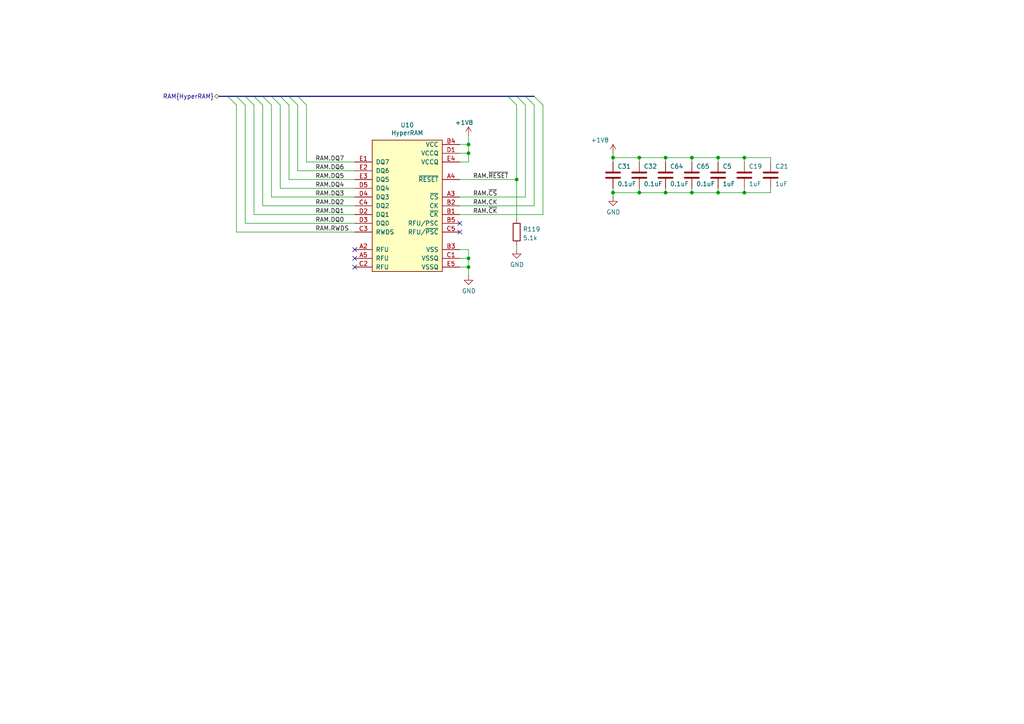
<source format=kicad_sch>
(kicad_sch
	(version 20231120)
	(generator "eeschema")
	(generator_version "8.0")
	(uuid "87b557c6-d256-4b5d-a9f0-c333e847f872")
	(paper "A4")
	(title_block
		(title "${TITLE}")
		(date "${DATE}")
		(rev "${VERSION}")
		(company "${COPYRIGHT}")
		(comment 1 "${LICENSE}")
	)
	(lib_symbols
		(symbol "Device:C"
			(pin_numbers hide)
			(pin_names
				(offset 0.254)
			)
			(exclude_from_sim no)
			(in_bom yes)
			(on_board yes)
			(property "Reference" "C"
				(at 0.635 2.54 0)
				(effects
					(font
						(size 1.27 1.27)
					)
					(justify left)
				)
			)
			(property "Value" "C"
				(at 0.635 -2.54 0)
				(effects
					(font
						(size 1.27 1.27)
					)
					(justify left)
				)
			)
			(property "Footprint" ""
				(at 0.9652 -3.81 0)
				(effects
					(font
						(size 1.27 1.27)
					)
					(hide yes)
				)
			)
			(property "Datasheet" "~"
				(at 0 0 0)
				(effects
					(font
						(size 1.27 1.27)
					)
					(hide yes)
				)
			)
			(property "Description" "Unpolarized capacitor"
				(at 0 0 0)
				(effects
					(font
						(size 1.27 1.27)
					)
					(hide yes)
				)
			)
			(property "ki_keywords" "cap capacitor"
				(at 0 0 0)
				(effects
					(font
						(size 1.27 1.27)
					)
					(hide yes)
				)
			)
			(property "ki_fp_filters" "C_*"
				(at 0 0 0)
				(effects
					(font
						(size 1.27 1.27)
					)
					(hide yes)
				)
			)
			(symbol "C_0_1"
				(polyline
					(pts
						(xy -2.032 -0.762) (xy 2.032 -0.762)
					)
					(stroke
						(width 0.508)
						(type default)
					)
					(fill
						(type none)
					)
				)
				(polyline
					(pts
						(xy -2.032 0.762) (xy 2.032 0.762)
					)
					(stroke
						(width 0.508)
						(type default)
					)
					(fill
						(type none)
					)
				)
			)
			(symbol "C_1_1"
				(pin passive line
					(at 0 3.81 270)
					(length 2.794)
					(name "~"
						(effects
							(font
								(size 1.27 1.27)
							)
						)
					)
					(number "1"
						(effects
							(font
								(size 1.27 1.27)
							)
						)
					)
				)
				(pin passive line
					(at 0 -3.81 90)
					(length 2.794)
					(name "~"
						(effects
							(font
								(size 1.27 1.27)
							)
						)
					)
					(number "2"
						(effects
							(font
								(size 1.27 1.27)
							)
						)
					)
				)
			)
		)
		(symbol "Device:R"
			(pin_numbers hide)
			(pin_names
				(offset 0)
			)
			(exclude_from_sim no)
			(in_bom yes)
			(on_board yes)
			(property "Reference" "R"
				(at 2.032 0 90)
				(effects
					(font
						(size 1.27 1.27)
					)
				)
			)
			(property "Value" "R"
				(at 0 0 90)
				(effects
					(font
						(size 1.27 1.27)
					)
				)
			)
			(property "Footprint" ""
				(at -1.778 0 90)
				(effects
					(font
						(size 1.27 1.27)
					)
					(hide yes)
				)
			)
			(property "Datasheet" "~"
				(at 0 0 0)
				(effects
					(font
						(size 1.27 1.27)
					)
					(hide yes)
				)
			)
			(property "Description" "Resistor"
				(at 0 0 0)
				(effects
					(font
						(size 1.27 1.27)
					)
					(hide yes)
				)
			)
			(property "ki_keywords" "R res resistor"
				(at 0 0 0)
				(effects
					(font
						(size 1.27 1.27)
					)
					(hide yes)
				)
			)
			(property "ki_fp_filters" "R_*"
				(at 0 0 0)
				(effects
					(font
						(size 1.27 1.27)
					)
					(hide yes)
				)
			)
			(symbol "R_0_1"
				(rectangle
					(start -1.016 -2.54)
					(end 1.016 2.54)
					(stroke
						(width 0.254)
						(type default)
					)
					(fill
						(type none)
					)
				)
			)
			(symbol "R_1_1"
				(pin passive line
					(at 0 3.81 270)
					(length 1.27)
					(name "~"
						(effects
							(font
								(size 1.27 1.27)
							)
						)
					)
					(number "1"
						(effects
							(font
								(size 1.27 1.27)
							)
						)
					)
				)
				(pin passive line
					(at 0 -3.81 90)
					(length 1.27)
					(name "~"
						(effects
							(font
								(size 1.27 1.27)
							)
						)
					)
					(number "2"
						(effects
							(font
								(size 1.27 1.27)
							)
						)
					)
				)
			)
		)
		(symbol "power:GND"
			(power)
			(pin_numbers hide)
			(pin_names
				(offset 0) hide)
			(exclude_from_sim no)
			(in_bom yes)
			(on_board yes)
			(property "Reference" "#PWR"
				(at 0 -6.35 0)
				(effects
					(font
						(size 1.27 1.27)
					)
					(hide yes)
				)
			)
			(property "Value" "GND"
				(at 0 -3.81 0)
				(effects
					(font
						(size 1.27 1.27)
					)
				)
			)
			(property "Footprint" ""
				(at 0 0 0)
				(effects
					(font
						(size 1.27 1.27)
					)
					(hide yes)
				)
			)
			(property "Datasheet" ""
				(at 0 0 0)
				(effects
					(font
						(size 1.27 1.27)
					)
					(hide yes)
				)
			)
			(property "Description" "Power symbol creates a global label with name \"GND\" , ground"
				(at 0 0 0)
				(effects
					(font
						(size 1.27 1.27)
					)
					(hide yes)
				)
			)
			(property "ki_keywords" "global power"
				(at 0 0 0)
				(effects
					(font
						(size 1.27 1.27)
					)
					(hide yes)
				)
			)
			(symbol "GND_0_1"
				(polyline
					(pts
						(xy 0 0) (xy 0 -1.27) (xy 1.27 -1.27) (xy 0 -2.54) (xy -1.27 -1.27) (xy 0 -1.27)
					)
					(stroke
						(width 0)
						(type default)
					)
					(fill
						(type none)
					)
				)
			)
			(symbol "GND_1_1"
				(pin power_in line
					(at 0 0 270)
					(length 0)
					(name "~"
						(effects
							(font
								(size 1.27 1.27)
							)
						)
					)
					(number "1"
						(effects
							(font
								(size 1.27 1.27)
							)
						)
					)
				)
			)
		)
		(symbol "support_hardware:S27KS0641"
			(pin_names
				(offset 1.016)
			)
			(exclude_from_sim no)
			(in_bom yes)
			(on_board yes)
			(property "Reference" "U"
				(at 0 20.32 0)
				(effects
					(font
						(size 1.27 1.27)
					)
				)
			)
			(property "Value" "S27KS0641"
				(at 0 -20.32 0)
				(effects
					(font
						(size 1.27 1.27)
					)
				)
			)
			(property "Footprint" "pkl_housings_bga:BGA-24_5x5_6.0x8.0mm"
				(at 15.24 -22.86 0)
				(effects
					(font
						(size 1.27 1.27)
					)
					(hide yes)
				)
			)
			(property "Datasheet" "http://www.cypress.com/file/183506/download"
				(at 0 -22.86 0)
				(effects
					(font
						(size 1.27 1.27)
					)
					(hide yes)
				)
			)
			(property "Description" ""
				(at 0 0 0)
				(effects
					(font
						(size 1.27 1.27)
					)
					(hide yes)
				)
			)
			(symbol "S27KS0641_0_1"
				(rectangle
					(start -10.16 19.05)
					(end 10.16 -19.05)
					(stroke
						(width 0.2032)
						(type default)
					)
					(fill
						(type background)
					)
				)
			)
			(symbol "S27KS0641_1_1"
				(pin passive line
					(at 15.24 -12.7 180)
					(length 5.08)
					(name "RFU"
						(effects
							(font
								(size 1.27 1.27)
							)
						)
					)
					(number "A2"
						(effects
							(font
								(size 1.27 1.27)
							)
						)
					)
				)
				(pin input line
					(at -15.24 2.54 0)
					(length 5.08)
					(name "~{CS}"
						(effects
							(font
								(size 1.27 1.27)
							)
						)
					)
					(number "A3"
						(effects
							(font
								(size 1.27 1.27)
							)
						)
					)
				)
				(pin input line
					(at -15.24 7.62 0)
					(length 5.08)
					(name "~{RESET}"
						(effects
							(font
								(size 1.27 1.27)
							)
						)
					)
					(number "A4"
						(effects
							(font
								(size 1.27 1.27)
							)
						)
					)
				)
				(pin passive line
					(at 15.24 -15.24 180)
					(length 5.08)
					(name "RFU"
						(effects
							(font
								(size 1.27 1.27)
							)
						)
					)
					(number "A5"
						(effects
							(font
								(size 1.27 1.27)
							)
						)
					)
				)
				(pin input line
					(at -15.24 -2.54 0)
					(length 5.08)
					(name "~{CK}"
						(effects
							(font
								(size 1.27 1.27)
							)
						)
					)
					(number "B1"
						(effects
							(font
								(size 1.27 1.27)
							)
						)
					)
				)
				(pin input line
					(at -15.24 0 0)
					(length 5.08)
					(name "CK"
						(effects
							(font
								(size 1.27 1.27)
							)
						)
					)
					(number "B2"
						(effects
							(font
								(size 1.27 1.27)
							)
						)
					)
				)
				(pin power_in line
					(at -15.24 -12.7 0)
					(length 5.08)
					(name "VSS"
						(effects
							(font
								(size 1.27 1.27)
							)
						)
					)
					(number "B3"
						(effects
							(font
								(size 1.27 1.27)
							)
						)
					)
				)
				(pin power_in line
					(at -15.24 17.78 0)
					(length 5.08)
					(name "VCC"
						(effects
							(font
								(size 1.27 1.27)
							)
						)
					)
					(number "B4"
						(effects
							(font
								(size 1.27 1.27)
							)
						)
					)
				)
				(pin input line
					(at -15.24 -5.08 0)
					(length 5.08)
					(name "RFU/PSC"
						(effects
							(font
								(size 1.27 1.27)
							)
						)
					)
					(number "B5"
						(effects
							(font
								(size 1.27 1.27)
							)
						)
					)
				)
				(pin power_in line
					(at -15.24 -15.24 0)
					(length 5.08)
					(name "VSSQ"
						(effects
							(font
								(size 1.27 1.27)
							)
						)
					)
					(number "C1"
						(effects
							(font
								(size 1.27 1.27)
							)
						)
					)
				)
				(pin passive line
					(at 15.24 -17.78 180)
					(length 5.08)
					(name "RFU"
						(effects
							(font
								(size 1.27 1.27)
							)
						)
					)
					(number "C2"
						(effects
							(font
								(size 1.27 1.27)
							)
						)
					)
				)
				(pin bidirectional line
					(at 15.24 -7.62 180)
					(length 5.08)
					(name "RWDS"
						(effects
							(font
								(size 1.27 1.27)
							)
						)
					)
					(number "C3"
						(effects
							(font
								(size 1.27 1.27)
							)
						)
					)
				)
				(pin bidirectional line
					(at 15.24 0 180)
					(length 5.08)
					(name "DQ2"
						(effects
							(font
								(size 1.27 1.27)
							)
						)
					)
					(number "C4"
						(effects
							(font
								(size 1.27 1.27)
							)
						)
					)
				)
				(pin input line
					(at -15.24 -7.62 0)
					(length 5.08)
					(name "RFU/~{PSC}"
						(effects
							(font
								(size 1.27 1.27)
							)
						)
					)
					(number "C5"
						(effects
							(font
								(size 1.27 1.27)
							)
						)
					)
				)
				(pin power_in line
					(at -15.24 15.24 0)
					(length 5.08)
					(name "VCCQ"
						(effects
							(font
								(size 1.27 1.27)
							)
						)
					)
					(number "D1"
						(effects
							(font
								(size 1.27 1.27)
							)
						)
					)
				)
				(pin bidirectional line
					(at 15.24 -2.54 180)
					(length 5.08)
					(name "DQ1"
						(effects
							(font
								(size 1.27 1.27)
							)
						)
					)
					(number "D2"
						(effects
							(font
								(size 1.27 1.27)
							)
						)
					)
				)
				(pin bidirectional line
					(at 15.24 -5.08 180)
					(length 5.08)
					(name "DQ0"
						(effects
							(font
								(size 1.27 1.27)
							)
						)
					)
					(number "D3"
						(effects
							(font
								(size 1.27 1.27)
							)
						)
					)
				)
				(pin bidirectional line
					(at 15.24 2.54 180)
					(length 5.08)
					(name "DQ3"
						(effects
							(font
								(size 1.27 1.27)
							)
						)
					)
					(number "D4"
						(effects
							(font
								(size 1.27 1.27)
							)
						)
					)
				)
				(pin bidirectional line
					(at 15.24 5.08 180)
					(length 5.08)
					(name "DQ4"
						(effects
							(font
								(size 1.27 1.27)
							)
						)
					)
					(number "D5"
						(effects
							(font
								(size 1.27 1.27)
							)
						)
					)
				)
				(pin bidirectional line
					(at 15.24 12.7 180)
					(length 5.08)
					(name "DQ7"
						(effects
							(font
								(size 1.27 1.27)
							)
						)
					)
					(number "E1"
						(effects
							(font
								(size 1.27 1.27)
							)
						)
					)
				)
				(pin bidirectional line
					(at 15.24 10.16 180)
					(length 5.08)
					(name "DQ6"
						(effects
							(font
								(size 1.27 1.27)
							)
						)
					)
					(number "E2"
						(effects
							(font
								(size 1.27 1.27)
							)
						)
					)
				)
				(pin bidirectional line
					(at 15.24 7.62 180)
					(length 5.08)
					(name "DQ5"
						(effects
							(font
								(size 1.27 1.27)
							)
						)
					)
					(number "E3"
						(effects
							(font
								(size 1.27 1.27)
							)
						)
					)
				)
				(pin power_in line
					(at -15.24 12.7 0)
					(length 5.08)
					(name "VCCQ"
						(effects
							(font
								(size 1.27 1.27)
							)
						)
					)
					(number "E4"
						(effects
							(font
								(size 1.27 1.27)
							)
						)
					)
				)
				(pin power_in line
					(at -15.24 -17.78 0)
					(length 5.08)
					(name "VSSQ"
						(effects
							(font
								(size 1.27 1.27)
							)
						)
					)
					(number "E5"
						(effects
							(font
								(size 1.27 1.27)
							)
						)
					)
				)
			)
		)
		(symbol "support_hardware:VCCRAM"
			(power)
			(pin_names
				(offset 0)
			)
			(exclude_from_sim no)
			(in_bom yes)
			(on_board yes)
			(property "Reference" "#PWR"
				(at 0 -3.81 0)
				(effects
					(font
						(size 1.27 1.27)
					)
					(hide yes)
				)
			)
			(property "Value" "VCCRAM"
				(at 0 3.81 0)
				(effects
					(font
						(size 1.27 1.27)
					)
				)
			)
			(property "Footprint" ""
				(at 0 0 0)
				(effects
					(font
						(size 1.27 1.27)
					)
					(hide yes)
				)
			)
			(property "Datasheet" ""
				(at 0 0 0)
				(effects
					(font
						(size 1.27 1.27)
					)
					(hide yes)
				)
			)
			(property "Description" "Power symbol creates a global label with name \"VCCRAM\""
				(at 0 0 0)
				(effects
					(font
						(size 1.27 1.27)
					)
					(hide yes)
				)
			)
			(property "ki_keywords" "global power"
				(at 0 0 0)
				(effects
					(font
						(size 1.27 1.27)
					)
					(hide yes)
				)
			)
			(symbol "VCCRAM_0_1"
				(polyline
					(pts
						(xy -0.762 1.27) (xy 0 2.54)
					)
					(stroke
						(width 0)
						(type default)
					)
					(fill
						(type none)
					)
				)
				(polyline
					(pts
						(xy 0 0) (xy 0 2.54)
					)
					(stroke
						(width 0)
						(type default)
					)
					(fill
						(type none)
					)
				)
				(polyline
					(pts
						(xy 0 2.54) (xy 0.762 1.27)
					)
					(stroke
						(width 0)
						(type default)
					)
					(fill
						(type none)
					)
				)
			)
			(symbol "VCCRAM_1_1"
				(pin power_in line
					(at 0 0 90)
					(length 0) hide
					(name "VCCRAM"
						(effects
							(font
								(size 1.27 1.27)
							)
						)
					)
					(number "1"
						(effects
							(font
								(size 1.27 1.27)
							)
						)
					)
				)
			)
		)
	)
	(bus_alias "HyperRAM"
		(members "DQ[0..7]" "CK" "~{CK}" "~{CS}" "RWDS" "~{RESET}")
	)
	(junction
		(at 215.9 55.88)
		(diameter 0)
		(color 0 0 0 0)
		(uuid "03bceecc-fc6c-47ae-bd46-06cca85c7e04")
	)
	(junction
		(at 177.8 45.72)
		(diameter 0)
		(color 0 0 0 0)
		(uuid "07eefac9-6c08-4b0c-bc29-3850d844ae6e")
	)
	(junction
		(at 135.89 74.93)
		(diameter 0)
		(color 0 0 0 0)
		(uuid "27c319ae-bace-46ea-9974-baab1a09ead9")
	)
	(junction
		(at 193.04 55.88)
		(diameter 0)
		(color 0 0 0 0)
		(uuid "4792e859-88d6-41d4-a344-9860519a6d66")
	)
	(junction
		(at 149.86 52.07)
		(diameter 0)
		(color 0 0 0 0)
		(uuid "51c66097-683a-4ec5-9c09-73fb2340fdcc")
	)
	(junction
		(at 215.9 45.72)
		(diameter 0)
		(color 0 0 0 0)
		(uuid "757db0d2-005a-48bd-bc33-a67adc54bd8a")
	)
	(junction
		(at 200.66 55.88)
		(diameter 0)
		(color 0 0 0 0)
		(uuid "7e38c8c1-e308-4cec-807a-feca99ee6cd8")
	)
	(junction
		(at 193.04 45.72)
		(diameter 0)
		(color 0 0 0 0)
		(uuid "7eba74cf-5643-4b98-81a0-9d7988ea051e")
	)
	(junction
		(at 185.42 55.88)
		(diameter 0)
		(color 0 0 0 0)
		(uuid "8bdfb345-39e4-49de-abf2-0781f1cfb512")
	)
	(junction
		(at 135.89 77.47)
		(diameter 0)
		(color 0 0 0 0)
		(uuid "9d664d75-a606-4ac2-9570-d5a60c3ab9d1")
	)
	(junction
		(at 200.66 45.72)
		(diameter 0)
		(color 0 0 0 0)
		(uuid "bb630e1e-a30f-4daa-a308-6733749717e4")
	)
	(junction
		(at 135.89 41.91)
		(diameter 0)
		(color 0 0 0 0)
		(uuid "c46dfabe-2013-4758-8c15-f3e49ac3e03d")
	)
	(junction
		(at 135.89 44.45)
		(diameter 0)
		(color 0 0 0 0)
		(uuid "d22e76af-fd38-414c-9e59-2bd3b83090bc")
	)
	(junction
		(at 208.28 55.88)
		(diameter 0)
		(color 0 0 0 0)
		(uuid "d269a323-b9ee-475a-a1e9-59a60a0eda98")
	)
	(junction
		(at 177.8 55.88)
		(diameter 0)
		(color 0 0 0 0)
		(uuid "d55c5222-0494-4c65-8d93-9799b5061fd6")
	)
	(junction
		(at 208.28 45.72)
		(diameter 0)
		(color 0 0 0 0)
		(uuid "dbfc802c-2777-4392-a101-99e14df99475")
	)
	(junction
		(at 185.42 45.72)
		(diameter 0)
		(color 0 0 0 0)
		(uuid "f3814128-686d-4543-9fd3-acd647464eb0")
	)
	(no_connect
		(at 133.35 64.77)
		(uuid "4d9c1f61-6511-4b47-808a-753eadfec86e")
	)
	(no_connect
		(at 133.35 67.31)
		(uuid "561c8f82-20ab-49b0-8cc7-75ff5fd53761")
	)
	(no_connect
		(at 102.87 77.47)
		(uuid "9616c723-9446-4c0b-ba92-1dc6ce0cc57d")
	)
	(no_connect
		(at 102.87 72.39)
		(uuid "e55cebfd-9a7e-4e61-8d76-1abd43c70179")
	)
	(no_connect
		(at 102.87 74.93)
		(uuid "f29f7c10-5556-497b-a7db-09216a5018cf")
	)
	(bus_entry
		(at 66.04 27.94)
		(size 2.54 2.54)
		(stroke
			(width 0)
			(type default)
		)
		(uuid "099ffb87-8f43-46c8-a387-0921a7338859")
	)
	(bus_entry
		(at 76.2 27.94)
		(size 2.54 2.54)
		(stroke
			(width 0)
			(type default)
		)
		(uuid "1df712ae-05af-4779-a793-66adc15922e7")
	)
	(bus_entry
		(at 149.86 27.94)
		(size 2.54 2.54)
		(stroke
			(width 0)
			(type default)
		)
		(uuid "3d7c5a98-855c-4f7c-914f-95b112274883")
	)
	(bus_entry
		(at 86.36 27.94)
		(size 2.54 2.54)
		(stroke
			(width 0)
			(type default)
		)
		(uuid "49126b56-c03d-4aa8-abfa-45de103472b7")
	)
	(bus_entry
		(at 152.4 27.94)
		(size 2.54 2.54)
		(stroke
			(width 0)
			(type default)
		)
		(uuid "93503dde-c768-4a75-a0c9-0adf258e3c97")
	)
	(bus_entry
		(at 147.32 27.94)
		(size 2.54 2.54)
		(stroke
			(width 0)
			(type default)
		)
		(uuid "9ac9fe84-6729-45b7-9a17-394b9a643e5d")
	)
	(bus_entry
		(at 81.28 27.94)
		(size 2.54 2.54)
		(stroke
			(width 0)
			(type default)
		)
		(uuid "9c5a932d-03b4-4146-9b51-4e921dcf4f20")
	)
	(bus_entry
		(at 83.82 27.94)
		(size 2.54 2.54)
		(stroke
			(width 0)
			(type default)
		)
		(uuid "a3af7d13-a00d-4963-b936-995184b8d1b9")
	)
	(bus_entry
		(at 68.58 27.94)
		(size 2.54 2.54)
		(stroke
			(width 0)
			(type default)
		)
		(uuid "a64597a3-7ce3-4e2c-8d6d-c84a361e2fcf")
	)
	(bus_entry
		(at 73.66 27.94)
		(size 2.54 2.54)
		(stroke
			(width 0)
			(type default)
		)
		(uuid "b7d6c07f-f860-47c5-8907-0ddeb4875c33")
	)
	(bus_entry
		(at 154.94 27.94)
		(size 2.54 2.54)
		(stroke
			(width 0)
			(type default)
		)
		(uuid "e7264576-aed4-4b41-bde5-bfcd73c352fb")
	)
	(bus_entry
		(at 71.12 27.94)
		(size 2.54 2.54)
		(stroke
			(width 0)
			(type default)
		)
		(uuid "eef05d77-4c6d-4916-ac63-b71286390faf")
	)
	(bus_entry
		(at 78.74 27.94)
		(size 2.54 2.54)
		(stroke
			(width 0)
			(type default)
		)
		(uuid "fbd1064e-254c-4a16-a965-3765449d1ca9")
	)
	(bus
		(pts
			(xy 71.12 27.94) (xy 73.66 27.94)
		)
		(stroke
			(width 0)
			(type default)
		)
		(uuid "08fb2d16-323e-4a0e-b8f0-efa7a4073108")
	)
	(wire
		(pts
			(xy 177.8 44.45) (xy 177.8 45.72)
		)
		(stroke
			(width 0)
			(type default)
		)
		(uuid "0ab8a6a5-a4f8-4b80-b1d7-9f29aebaa9b2")
	)
	(wire
		(pts
			(xy 177.8 55.88) (xy 177.8 57.15)
		)
		(stroke
			(width 0)
			(type default)
		)
		(uuid "0bcbf03c-b7cd-4b5d-a13b-4d055eff0493")
	)
	(wire
		(pts
			(xy 133.35 52.07) (xy 149.86 52.07)
		)
		(stroke
			(width 0)
			(type default)
		)
		(uuid "0ca910bd-5634-4969-9657-370646eb29e8")
	)
	(wire
		(pts
			(xy 193.04 45.72) (xy 200.66 45.72)
		)
		(stroke
			(width 0)
			(type default)
		)
		(uuid "10d5f293-520a-4e9f-9697-98e9edff6280")
	)
	(wire
		(pts
			(xy 208.28 54.61) (xy 208.28 55.88)
		)
		(stroke
			(width 0)
			(type default)
		)
		(uuid "1454627d-dad0-4c41-a34e-3573bcece96f")
	)
	(wire
		(pts
			(xy 83.82 52.07) (xy 83.82 30.48)
		)
		(stroke
			(width 0)
			(type default)
		)
		(uuid "15462d98-d18a-403c-96a4-b6cf6ad55fa4")
	)
	(wire
		(pts
			(xy 215.9 54.61) (xy 215.9 55.88)
		)
		(stroke
			(width 0)
			(type default)
		)
		(uuid "189ecda7-79cf-4d82-8f18-8404dbb37df2")
	)
	(wire
		(pts
			(xy 149.86 52.07) (xy 149.86 63.5)
		)
		(stroke
			(width 0)
			(type default)
		)
		(uuid "1b874189-1bf8-467d-87ee-44095538388b")
	)
	(wire
		(pts
			(xy 149.86 30.48) (xy 149.86 52.07)
		)
		(stroke
			(width 0)
			(type default)
		)
		(uuid "2085adf2-c0ad-4b9a-b5fb-b7324ebdf62d")
	)
	(bus
		(pts
			(xy 147.32 27.94) (xy 149.86 27.94)
		)
		(stroke
			(width 0)
			(type default)
		)
		(uuid "208c474f-3f77-40d2-8353-29e23d1ff24c")
	)
	(wire
		(pts
			(xy 152.4 30.48) (xy 152.4 57.15)
		)
		(stroke
			(width 0)
			(type default)
		)
		(uuid "232b56eb-e2c4-49c2-af03-3c2542ed8304")
	)
	(bus
		(pts
			(xy 81.28 27.94) (xy 83.82 27.94)
		)
		(stroke
			(width 0)
			(type default)
		)
		(uuid "26f399bb-ebc4-4aa9-ad6e-9a5317804b82")
	)
	(wire
		(pts
			(xy 135.89 44.45) (xy 135.89 46.99)
		)
		(stroke
			(width 0)
			(type default)
		)
		(uuid "2f205dc7-02f2-415f-be0b-e56fbdf1e239")
	)
	(wire
		(pts
			(xy 135.89 41.91) (xy 135.89 44.45)
		)
		(stroke
			(width 0)
			(type default)
		)
		(uuid "3cf4132c-ede3-4cb3-a685-dbfdd72dff0c")
	)
	(wire
		(pts
			(xy 135.89 74.93) (xy 135.89 77.47)
		)
		(stroke
			(width 0)
			(type default)
		)
		(uuid "3d68b65a-c231-49c0-9d2d-06a67fbee122")
	)
	(wire
		(pts
			(xy 133.35 57.15) (xy 152.4 57.15)
		)
		(stroke
			(width 0)
			(type default)
		)
		(uuid "418c8961-22b5-4008-9586-91bd40ae9e13")
	)
	(wire
		(pts
			(xy 208.28 45.72) (xy 215.9 45.72)
		)
		(stroke
			(width 0)
			(type default)
		)
		(uuid "4403239b-b0a0-4f4f-8e29-cfd5d8bdd022")
	)
	(wire
		(pts
			(xy 102.87 54.61) (xy 81.28 54.61)
		)
		(stroke
			(width 0)
			(type default)
		)
		(uuid "454b5fbf-c246-45fa-bd06-17a6e3b7ef21")
	)
	(wire
		(pts
			(xy 185.42 45.72) (xy 185.42 46.99)
		)
		(stroke
			(width 0)
			(type default)
		)
		(uuid "45992126-516d-4cda-8881-5cee799d7b2b")
	)
	(wire
		(pts
			(xy 71.12 64.77) (xy 71.12 30.48)
		)
		(stroke
			(width 0)
			(type default)
		)
		(uuid "4888f5fa-91a8-4c55-b254-a84742f938c2")
	)
	(wire
		(pts
			(xy 149.86 71.12) (xy 149.86 72.39)
		)
		(stroke
			(width 0)
			(type default)
		)
		(uuid "4a473f32-eeae-4495-87dc-9375fd736930")
	)
	(bus
		(pts
			(xy 152.4 27.94) (xy 154.94 27.94)
		)
		(stroke
			(width 0)
			(type default)
		)
		(uuid "4ca29b4b-987f-46ae-a35f-f2fbf0e78940")
	)
	(wire
		(pts
			(xy 154.94 30.48) (xy 154.94 59.69)
		)
		(stroke
			(width 0)
			(type default)
		)
		(uuid "4ef7e0c1-a02f-4bf6-ad2a-9894c74934b7")
	)
	(wire
		(pts
			(xy 133.35 41.91) (xy 135.89 41.91)
		)
		(stroke
			(width 0)
			(type default)
		)
		(uuid "519a315c-f9ca-4361-a65f-9b57b1a9c0a8")
	)
	(wire
		(pts
			(xy 157.48 30.48) (xy 157.48 62.23)
		)
		(stroke
			(width 0)
			(type default)
		)
		(uuid "52d49810-42e8-4a7f-a091-ce2ae90a5c1e")
	)
	(wire
		(pts
			(xy 177.8 45.72) (xy 177.8 46.99)
		)
		(stroke
			(width 0)
			(type default)
		)
		(uuid "5a0d9b77-812a-4127-969e-56e467610dbb")
	)
	(wire
		(pts
			(xy 200.66 55.88) (xy 193.04 55.88)
		)
		(stroke
			(width 0)
			(type default)
		)
		(uuid "5aa40bf4-83ec-4211-829e-34edbbe1e38b")
	)
	(wire
		(pts
			(xy 102.87 59.69) (xy 76.2 59.69)
		)
		(stroke
			(width 0)
			(type default)
		)
		(uuid "5b861d9f-e137-4b2e-97d7-45240372613b")
	)
	(wire
		(pts
			(xy 73.66 62.23) (xy 73.66 30.48)
		)
		(stroke
			(width 0)
			(type default)
		)
		(uuid "5d45c479-3e12-41c1-85ef-abc500f95472")
	)
	(bus
		(pts
			(xy 66.04 27.94) (xy 68.58 27.94)
		)
		(stroke
			(width 0)
			(type default)
		)
		(uuid "5e570d0e-1eba-4063-ab25-be8670f3600d")
	)
	(wire
		(pts
			(xy 177.8 45.72) (xy 185.42 45.72)
		)
		(stroke
			(width 0)
			(type default)
		)
		(uuid "5f369707-e816-48a1-8a8e-e8ecfe4de0da")
	)
	(wire
		(pts
			(xy 200.66 54.61) (xy 200.66 55.88)
		)
		(stroke
			(width 0)
			(type default)
		)
		(uuid "65c27cfd-f819-4399-89c4-c40daa693e76")
	)
	(wire
		(pts
			(xy 177.8 55.88) (xy 185.42 55.88)
		)
		(stroke
			(width 0)
			(type default)
		)
		(uuid "65eb69e5-f579-4e6a-88c6-2a92db01a92f")
	)
	(wire
		(pts
			(xy 200.66 45.72) (xy 208.28 45.72)
		)
		(stroke
			(width 0)
			(type default)
		)
		(uuid "669fea74-5b3b-4277-a3cb-1c3ca6f27012")
	)
	(wire
		(pts
			(xy 135.89 41.91) (xy 135.89 39.37)
		)
		(stroke
			(width 0)
			(type default)
		)
		(uuid "66cc14f5-af02-4c53-99b6-08170d4fdd63")
	)
	(wire
		(pts
			(xy 133.35 72.39) (xy 135.89 72.39)
		)
		(stroke
			(width 0)
			(type default)
		)
		(uuid "67e9fa16-5f9e-4e9d-ae74-eaf612d213a3")
	)
	(wire
		(pts
			(xy 133.35 59.69) (xy 154.94 59.69)
		)
		(stroke
			(width 0)
			(type default)
		)
		(uuid "74ba4938-d6ea-4ca4-b966-ea315a30a869")
	)
	(wire
		(pts
			(xy 133.35 44.45) (xy 135.89 44.45)
		)
		(stroke
			(width 0)
			(type default)
		)
		(uuid "74bec1b5-4acf-411f-aa77-7e0b4966d25a")
	)
	(wire
		(pts
			(xy 208.28 46.99) (xy 208.28 45.72)
		)
		(stroke
			(width 0)
			(type default)
		)
		(uuid "7708edab-4179-4982-a157-6c9c12db2644")
	)
	(wire
		(pts
			(xy 215.9 46.99) (xy 215.9 45.72)
		)
		(stroke
			(width 0)
			(type default)
		)
		(uuid "7ac57a37-f5ae-4f83-ae73-53e85ab06290")
	)
	(wire
		(pts
			(xy 135.89 77.47) (xy 135.89 80.01)
		)
		(stroke
			(width 0)
			(type default)
		)
		(uuid "7b13e920-8763-40d7-b771-9060ec12e7b7")
	)
	(wire
		(pts
			(xy 102.87 67.31) (xy 68.58 67.31)
		)
		(stroke
			(width 0)
			(type default)
		)
		(uuid "821ce932-b221-43c0-9427-0386be7df598")
	)
	(bus
		(pts
			(xy 73.66 27.94) (xy 76.2 27.94)
		)
		(stroke
			(width 0)
			(type default)
		)
		(uuid "82785ad4-673e-4bae-a1f3-b84d4b1d3fd3")
	)
	(bus
		(pts
			(xy 63.5 27.94) (xy 66.04 27.94)
		)
		(stroke
			(width 0)
			(type default)
		)
		(uuid "889e77aa-46ec-43eb-8b43-d518b3edcd9f")
	)
	(wire
		(pts
			(xy 86.36 49.53) (xy 102.87 49.53)
		)
		(stroke
			(width 0)
			(type default)
		)
		(uuid "8bc319f9-8f2b-42c9-9140-caeed8f69eb7")
	)
	(wire
		(pts
			(xy 200.66 45.72) (xy 200.66 46.99)
		)
		(stroke
			(width 0)
			(type default)
		)
		(uuid "8e203436-ade9-4a86-a446-0aaf3a84e7cd")
	)
	(wire
		(pts
			(xy 102.87 64.77) (xy 71.12 64.77)
		)
		(stroke
			(width 0)
			(type default)
		)
		(uuid "906aeccd-099c-4c71-8aaf-9127085e9c62")
	)
	(bus
		(pts
			(xy 83.82 27.94) (xy 86.36 27.94)
		)
		(stroke
			(width 0)
			(type default)
		)
		(uuid "914b2328-4ccb-423e-b51f-d2d5c19e8011")
	)
	(wire
		(pts
			(xy 102.87 52.07) (xy 83.82 52.07)
		)
		(stroke
			(width 0)
			(type default)
		)
		(uuid "9affca60-bafd-4e68-8fef-43c0ee56c602")
	)
	(wire
		(pts
			(xy 185.42 55.88) (xy 185.42 54.61)
		)
		(stroke
			(width 0)
			(type default)
		)
		(uuid "9d419236-4c02-4dea-a440-db718cad3376")
	)
	(wire
		(pts
			(xy 193.04 55.88) (xy 193.04 54.61)
		)
		(stroke
			(width 0)
			(type default)
		)
		(uuid "a547b8bf-bca0-4bea-8dc7-11ed062b5cf1")
	)
	(wire
		(pts
			(xy 135.89 77.47) (xy 133.35 77.47)
		)
		(stroke
			(width 0)
			(type default)
		)
		(uuid "a805bda6-19f7-46a0-8ee8-d27fb4be7f2c")
	)
	(wire
		(pts
			(xy 81.28 54.61) (xy 81.28 30.48)
		)
		(stroke
			(width 0)
			(type default)
		)
		(uuid "a826882b-16c3-490a-b7fd-8bf0478da663")
	)
	(wire
		(pts
			(xy 76.2 59.69) (xy 76.2 30.48)
		)
		(stroke
			(width 0)
			(type default)
		)
		(uuid "a9556a78-f01f-4412-be33-cdf4b58369a5")
	)
	(wire
		(pts
			(xy 215.9 45.72) (xy 223.52 45.72)
		)
		(stroke
			(width 0)
			(type default)
		)
		(uuid "b0f9530a-017e-4122-8e12-7fa140b57f2d")
	)
	(wire
		(pts
			(xy 223.52 54.61) (xy 223.52 55.88)
		)
		(stroke
			(width 0)
			(type default)
		)
		(uuid "b1a37d8c-0baf-4aab-8ac2-222f1373aaa4")
	)
	(wire
		(pts
			(xy 223.52 45.72) (xy 223.52 46.99)
		)
		(stroke
			(width 0)
			(type default)
		)
		(uuid "b1d9b7f8-d992-4e34-bd48-889eeca67baa")
	)
	(wire
		(pts
			(xy 177.8 54.61) (xy 177.8 55.88)
		)
		(stroke
			(width 0)
			(type default)
		)
		(uuid "b4a6ad59-9a9a-4086-a484-ffb0e3d2c97e")
	)
	(wire
		(pts
			(xy 193.04 45.72) (xy 193.04 46.99)
		)
		(stroke
			(width 0)
			(type default)
		)
		(uuid "b4f8fc42-4973-400d-899a-5a1b65d55386")
	)
	(bus
		(pts
			(xy 78.74 27.94) (xy 81.28 27.94)
		)
		(stroke
			(width 0)
			(type default)
		)
		(uuid "b6ca4242-7426-41c0-8683-6ea1076b9c2e")
	)
	(wire
		(pts
			(xy 88.9 30.48) (xy 88.9 46.99)
		)
		(stroke
			(width 0)
			(type default)
		)
		(uuid "b7c25f9f-564e-48cf-a210-c84bc7593c18")
	)
	(wire
		(pts
			(xy 185.42 55.88) (xy 193.04 55.88)
		)
		(stroke
			(width 0)
			(type default)
		)
		(uuid "b7d2026d-d096-4e9e-b8a8-6d614f9d9491")
	)
	(bus
		(pts
			(xy 76.2 27.94) (xy 78.74 27.94)
		)
		(stroke
			(width 0)
			(type default)
		)
		(uuid "bb01c616-6efb-4fed-bdcb-a0a815a1ef98")
	)
	(wire
		(pts
			(xy 102.87 46.99) (xy 88.9 46.99)
		)
		(stroke
			(width 0)
			(type default)
		)
		(uuid "bbe545f6-fc11-4834-afe9-a7e4faee3332")
	)
	(wire
		(pts
			(xy 185.42 45.72) (xy 193.04 45.72)
		)
		(stroke
			(width 0)
			(type default)
		)
		(uuid "bd60c684-fb09-4753-9073-fa5ce58ef14a")
	)
	(wire
		(pts
			(xy 78.74 57.15) (xy 78.74 30.48)
		)
		(stroke
			(width 0)
			(type default)
		)
		(uuid "be150d0b-f2e9-4a17-8684-cd5ab94e2574")
	)
	(wire
		(pts
			(xy 133.35 74.93) (xy 135.89 74.93)
		)
		(stroke
			(width 0)
			(type default)
		)
		(uuid "c75445e3-a326-4517-b833-a374ffc48e67")
	)
	(wire
		(pts
			(xy 86.36 49.53) (xy 86.36 30.48)
		)
		(stroke
			(width 0)
			(type default)
		)
		(uuid "c7ffc4f2-88ed-405c-ab09-0791ae74886a")
	)
	(bus
		(pts
			(xy 86.36 27.94) (xy 147.32 27.94)
		)
		(stroke
			(width 0)
			(type default)
		)
		(uuid "cc558182-b628-44ba-82ab-d5b3b541dc51")
	)
	(wire
		(pts
			(xy 102.87 57.15) (xy 78.74 57.15)
		)
		(stroke
			(width 0)
			(type default)
		)
		(uuid "d00b82f0-8391-47d0-b862-6950d205ad03")
	)
	(wire
		(pts
			(xy 215.9 55.88) (xy 208.28 55.88)
		)
		(stroke
			(width 0)
			(type default)
		)
		(uuid "d06f1295-9bc9-4b89-850a-dd10e453f899")
	)
	(wire
		(pts
			(xy 68.58 67.31) (xy 68.58 30.48)
		)
		(stroke
			(width 0)
			(type default)
		)
		(uuid "d31cfac1-0e23-44ab-abec-8d47f47af8fd")
	)
	(wire
		(pts
			(xy 208.28 55.88) (xy 200.66 55.88)
		)
		(stroke
			(width 0)
			(type default)
		)
		(uuid "d8964260-ac4e-4461-ad32-a77bd7128195")
	)
	(wire
		(pts
			(xy 133.35 62.23) (xy 157.48 62.23)
		)
		(stroke
			(width 0)
			(type default)
		)
		(uuid "e080ab1d-95f0-4fdc-bad7-1a5902cee48d")
	)
	(wire
		(pts
			(xy 223.52 55.88) (xy 215.9 55.88)
		)
		(stroke
			(width 0)
			(type default)
		)
		(uuid "e4c2f767-03e9-4f12-9de7-9b3472ba50dd")
	)
	(wire
		(pts
			(xy 135.89 72.39) (xy 135.89 74.93)
		)
		(stroke
			(width 0)
			(type default)
		)
		(uuid "e5f2ad35-b2ff-4ce0-a8ce-e24fbcd87673")
	)
	(wire
		(pts
			(xy 135.89 46.99) (xy 133.35 46.99)
		)
		(stroke
			(width 0)
			(type default)
		)
		(uuid "e80af702-8aba-4b5a-be12-787e95085dcd")
	)
	(bus
		(pts
			(xy 68.58 27.94) (xy 71.12 27.94)
		)
		(stroke
			(width 0)
			(type default)
		)
		(uuid "e8bcdebc-eb2c-4b34-90bc-dbbbc5229a25")
	)
	(wire
		(pts
			(xy 102.87 62.23) (xy 73.66 62.23)
		)
		(stroke
			(width 0)
			(type default)
		)
		(uuid "ebbd4d45-0ea8-4b67-a071-6e7ffe366fd6")
	)
	(bus
		(pts
			(xy 149.86 27.94) (xy 152.4 27.94)
		)
		(stroke
			(width 0)
			(type default)
		)
		(uuid "fa5e7874-da3b-40a9-962c-8b8df35f7f2c")
	)
	(label "RAM.DQ3"
		(at 91.44 57.15 0)
		(fields_autoplaced yes)
		(effects
			(font
				(size 1.27 1.27)
			)
			(justify left bottom)
		)
		(uuid "21cfa832-db46-4112-b3c8-8a5b0a8e91dc")
	)
	(label "RAM.DQ4"
		(at 91.44 54.61 0)
		(fields_autoplaced yes)
		(effects
			(font
				(size 1.27 1.27)
			)
			(justify left bottom)
		)
		(uuid "224bd06e-48dd-4079-92ce-3c10457d7574")
	)
	(label "RAM.DQ5"
		(at 91.44 52.07 0)
		(fields_autoplaced yes)
		(effects
			(font
				(size 1.27 1.27)
			)
			(justify left bottom)
		)
		(uuid "3ff39848-05d1-4949-acdd-02f2c96b164b")
	)
	(label "RAM.DQ0"
		(at 91.44 64.77 0)
		(fields_autoplaced yes)
		(effects
			(font
				(size 1.27 1.27)
			)
			(justify left bottom)
		)
		(uuid "585d8f42-72d6-4778-b4e5-748e507aa290")
	)
	(label "RAM.DQ6"
		(at 91.44 49.53 0)
		(fields_autoplaced yes)
		(effects
			(font
				(size 1.27 1.27)
			)
			(justify left bottom)
		)
		(uuid "5dcce56c-782a-447e-94c6-fb93c880c456")
	)
	(label "RAM.~{CS}"
		(at 137.16 57.15 0)
		(fields_autoplaced yes)
		(effects
			(font
				(size 1.27 1.27)
			)
			(justify left bottom)
		)
		(uuid "6f06efad-a1a7-4ee2-9050-1c2603f2e76a")
	)
	(label "RAM.~{RESET}"
		(at 137.16 52.07 0)
		(fields_autoplaced yes)
		(effects
			(font
				(size 1.27 1.27)
			)
			(justify left bottom)
		)
		(uuid "82e4db01-07f7-4d64-94f3-17fc7b6f0fdf")
	)
	(label "RAM.RWDS"
		(at 91.44 67.31 0)
		(fields_autoplaced yes)
		(effects
			(font
				(size 1.27 1.27)
			)
			(justify left bottom)
		)
		(uuid "bcda1da3-5f68-4643-bc9e-35811d5359f9")
	)
	(label "RAM.CK"
		(at 137.16 59.69 0)
		(fields_autoplaced yes)
		(effects
			(font
				(size 1.27 1.27)
			)
			(justify left bottom)
		)
		(uuid "c52ecfa7-7a96-4207-afe2-e8f6a90bb811")
	)
	(label "RAM.~{CK}"
		(at 137.16 62.23 0)
		(fields_autoplaced yes)
		(effects
			(font
				(size 1.27 1.27)
			)
			(justify left bottom)
		)
		(uuid "daa3de6e-6cda-4496-ba99-271cfcdc78a0")
	)
	(label "RAM.DQ7"
		(at 91.44 46.99 0)
		(fields_autoplaced yes)
		(effects
			(font
				(size 1.27 1.27)
			)
			(justify left bottom)
		)
		(uuid "e2a6d4b5-6bd6-40b4-bfae-08e8bfa50f5b")
	)
	(label "RAM.DQ2"
		(at 91.44 59.69 0)
		(fields_autoplaced yes)
		(effects
			(font
				(size 1.27 1.27)
			)
			(justify left bottom)
		)
		(uuid "f093f604-d565-474c-8294-976b42462b07")
	)
	(label "RAM.DQ1"
		(at 91.44 62.23 0)
		(fields_autoplaced yes)
		(effects
			(font
				(size 1.27 1.27)
			)
			(justify left bottom)
		)
		(uuid "f8f56800-678b-43f2-b3a3-5ca750e33500")
	)
	(hierarchical_label "RAM{HyperRAM}"
		(shape bidirectional)
		(at 63.5 27.94 180)
		(fields_autoplaced yes)
		(effects
			(font
				(size 1.27 1.27)
			)
			(justify right)
		)
		(uuid "e2eca09d-d862-4650-8b5f-aee96b5a292b")
	)
	(symbol
		(lib_id "support_hardware:S27KS0641")
		(at 118.11 59.69 0)
		(mirror y)
		(unit 1)
		(exclude_from_sim no)
		(in_bom yes)
		(on_board yes)
		(dnp no)
		(uuid "00000000-0000-0000-0000-00005dea1fc4")
		(property "Reference" "U10"
			(at 118.11 36.2712 0)
			(effects
				(font
					(size 1.27 1.27)
				)
			)
		)
		(property "Value" "HyperRAM"
			(at 118.11 38.5572 0)
			(effects
				(font
					(size 1.27 1.27)
				)
			)
		)
		(property "Footprint" "pkl_housings_bga:BGA-24_5x5_6.0x8.0mm"
			(at 102.87 82.55 0)
			(effects
				(font
					(size 1.27 1.27)
				)
				(hide yes)
			)
		)
		(property "Datasheet" "http://www.cypress.com/file/183506/download"
			(at 118.11 82.55 0)
			(effects
				(font
					(size 1.27 1.27)
				)
				(hide yes)
			)
		)
		(property "Description" "DRAM 64Mb HyperRAM x8, 166MHz, Ind temp, 3.0V"
			(at 118.11 59.69 0)
			(effects
				(font
					(size 1.27 1.27)
				)
				(hide yes)
			)
		)
		(property "Manufacturer" "Winbond"
			(at 118.11 59.69 0)
			(effects
				(font
					(size 1.27 1.27)
				)
				(hide yes)
			)
		)
		(property "Part Number" "W956A8MBYA6I"
			(at 118.11 59.69 0)
			(effects
				(font
					(size 1.27 1.27)
				)
				(hide yes)
			)
		)
		(property "Substitution" "W956A8MBYA5I, Infineon S27KL0642DPBHI020"
			(at 118.11 59.69 0)
			(effects
				(font
					(size 1.27 1.27)
				)
				(hide yes)
			)
		)
		(pin "A2"
			(uuid "d56d4612-7b43-4e5e-8bf6-62449c6e6c99")
		)
		(pin "A3"
			(uuid "5b10ae3a-c0a7-4929-bff7-9702111e3f3b")
		)
		(pin "A4"
			(uuid "cad2098b-ceb5-43a6-8856-df428480c71d")
		)
		(pin "A5"
			(uuid "0f06dd09-5b9a-457a-97a2-d8e7f8f6c18c")
		)
		(pin "B1"
			(uuid "acd587a9-6c37-4855-9dea-b21729fcdcd4")
		)
		(pin "B2"
			(uuid "065df253-9e1f-4ac5-b16f-fcef23d89bd6")
		)
		(pin "B3"
			(uuid "efadb999-e83e-422e-a654-da66ef349150")
		)
		(pin "B4"
			(uuid "ecd04480-c511-4b48-a281-b9657b996c70")
		)
		(pin "B5"
			(uuid "704df1af-8cee-422d-97c7-3510254a5bc5")
		)
		(pin "C1"
			(uuid "ee8cea02-8272-4702-a4c8-4a248eb384ee")
		)
		(pin "C2"
			(uuid "6a8dd238-99dd-499d-9e72-8b41a1b7d730")
		)
		(pin "C3"
			(uuid "5a9ba8a4-a991-4bfe-a2a5-bdfbd8cb2f26")
		)
		(pin "C4"
			(uuid "56176163-a33a-4b78-be0d-674174e2fb51")
		)
		(pin "C5"
			(uuid "7f28bdeb-79c9-440a-8bea-64a61e148f3c")
		)
		(pin "D1"
			(uuid "abd9eb13-5cdc-4dc2-8f42-21fbc2a58199")
		)
		(pin "D2"
			(uuid "cbebd088-7dad-4446-b5cc-e8c65dac0ec4")
		)
		(pin "D3"
			(uuid "ecedc470-1fbc-4e6c-9a96-e0dad4bcce97")
		)
		(pin "D4"
			(uuid "4c2e1160-b3ba-4af4-b4be-89aa65a67cd9")
		)
		(pin "D5"
			(uuid "62b77867-d8d8-4823-af84-2e5d77de48b6")
		)
		(pin "E1"
			(uuid "0351c68c-1533-41f9-9408-9ba8f3596cdc")
		)
		(pin "E2"
			(uuid "6c994c17-4c0b-40ba-86aa-5ec3a1009d11")
		)
		(pin "E3"
			(uuid "c58cbcdf-d07c-4be6-9bc4-045ed4fced1d")
		)
		(pin "E4"
			(uuid "a76abac3-51fa-4b66-aee4-4a1f600a3bc3")
		)
		(pin "E5"
			(uuid "47ab3f67-78e7-4daa-8a6f-36d0765b2b7a")
		)
		(instances
			(project "cynthion"
				(path "/fb621148-8145-4217-9712-738e1b5a4823/00000000-0000-0000-0000-00005de77fe3"
					(reference "U10")
					(unit 1)
				)
			)
		)
	)
	(symbol
		(lib_id "power:GND")
		(at 135.89 80.01 0)
		(unit 1)
		(exclude_from_sim no)
		(in_bom yes)
		(on_board yes)
		(dnp no)
		(uuid "00000000-0000-0000-0000-00005dea82d8")
		(property "Reference" "#PWR085"
			(at 135.89 86.36 0)
			(effects
				(font
					(size 1.27 1.27)
				)
				(hide yes)
			)
		)
		(property "Value" "GND"
			(at 135.9916 84.3788 0)
			(effects
				(font
					(size 1.27 1.27)
				)
			)
		)
		(property "Footprint" ""
			(at 135.89 80.01 0)
			(effects
				(font
					(size 1.27 1.27)
				)
				(hide yes)
			)
		)
		(property "Datasheet" ""
			(at 135.89 80.01 0)
			(effects
				(font
					(size 1.27 1.27)
				)
				(hide yes)
			)
		)
		(property "Description" "Power symbol creates a global label with name \"GND\" , ground"
			(at 135.89 80.01 0)
			(effects
				(font
					(size 1.27 1.27)
				)
				(hide yes)
			)
		)
		(pin "1"
			(uuid "fb21000c-4e8e-4188-a549-0028df0d5c24")
		)
		(instances
			(project "cynthion"
				(path "/fb621148-8145-4217-9712-738e1b5a4823/00000000-0000-0000-0000-00005de77fe3"
					(reference "#PWR085")
					(unit 1)
				)
			)
		)
	)
	(symbol
		(lib_id "Device:C")
		(at 193.04 50.8 0)
		(unit 1)
		(exclude_from_sim no)
		(in_bom yes)
		(on_board yes)
		(dnp no)
		(uuid "0586eaf9-86dc-4bf5-b69b-c41863fae58e")
		(property "Reference" "C64"
			(at 194.31 48.26 0)
			(effects
				(font
					(size 1.27 1.27)
				)
				(justify left)
			)
		)
		(property "Value" "0.1uF"
			(at 194.31 53.34 0)
			(effects
				(font
					(size 1.27 1.27)
				)
				(justify left)
			)
		)
		(property "Footprint" "Capacitor_SMD:C_0402_1005Metric"
			(at 194.0052 54.61 0)
			(effects
				(font
					(size 1.27 1.27)
				)
				(hide yes)
			)
		)
		(property "Datasheet" "~"
			(at 193.04 50.8 0)
			(effects
				(font
					(size 1.27 1.27)
				)
				(hide yes)
			)
		)
		(property "Description" "Unpolarized capacitor"
			(at 193.04 50.8 0)
			(effects
				(font
					(size 1.27 1.27)
				)
				(hide yes)
			)
		)
		(property "Part Number" "CL05A104KA5NNNC"
			(at 193.04 50.8 0)
			(effects
				(font
					(size 1.27 1.27)
				)
				(hide yes)
			)
		)
		(property "Substitution" "any equivalent"
			(at 193.04 50.8 0)
			(effects
				(font
					(size 1.27 1.27)
				)
				(hide yes)
			)
		)
		(property "Manufacturer" "Samsung"
			(at 193.04 50.8 0)
			(effects
				(font
					(size 1.27 1.27)
				)
				(hide yes)
			)
		)
		(pin "1"
			(uuid "8a55a5ec-caaa-4521-82a8-bacd82b92284")
		)
		(pin "2"
			(uuid "bf50b61b-5c07-44cb-8fba-f37028c5e1b3")
		)
		(instances
			(project "cynthion"
				(path "/fb621148-8145-4217-9712-738e1b5a4823/00000000-0000-0000-0000-00005de77fe3"
					(reference "C64")
					(unit 1)
				)
			)
		)
	)
	(symbol
		(lib_id "Device:C")
		(at 223.52 50.8 0)
		(unit 1)
		(exclude_from_sim no)
		(in_bom yes)
		(on_board yes)
		(dnp no)
		(uuid "2da01652-d99b-4a99-8b9b-50607767fccb")
		(property "Reference" "C21"
			(at 224.79 48.26 0)
			(effects
				(font
					(size 1.27 1.27)
				)
				(justify left)
			)
		)
		(property "Value" "1uF"
			(at 224.79 53.34 0)
			(effects
				(font
					(size 1.27 1.27)
				)
				(justify left)
			)
		)
		(property "Footprint" "Capacitor_SMD:C_0402_1005Metric"
			(at 224.4852 54.61 0)
			(effects
				(font
					(size 1.27 1.27)
				)
				(hide yes)
			)
		)
		(property "Datasheet" "~"
			(at 223.52 50.8 0)
			(effects
				(font
					(size 1.27 1.27)
				)
				(hide yes)
			)
		)
		(property "Description" "Unpolarized capacitor"
			(at 223.52 50.8 0)
			(effects
				(font
					(size 1.27 1.27)
				)
				(hide yes)
			)
		)
		(property "Part Number" "CL05A105MQ5NNNC"
			(at 223.52 50.8 0)
			(effects
				(font
					(size 1.27 1.27)
				)
				(hide yes)
			)
		)
		(property "Substitution" "CL05A105KQ5NNNC, CL05A105KP5NNNC, CL05A105KO5NNNC"
			(at 223.52 50.8 0)
			(effects
				(font
					(size 1.27 1.27)
				)
				(hide yes)
			)
		)
		(property "Manufacturer" "Samsung"
			(at 223.52 50.8 0)
			(effects
				(font
					(size 1.27 1.27)
				)
				(hide yes)
			)
		)
		(pin "1"
			(uuid "909e7d28-9523-4874-a075-eaaf7a6e3976")
		)
		(pin "2"
			(uuid "02e70691-7fd1-40e8-b894-6344ad8372ff")
		)
		(instances
			(project "cynthion"
				(path "/fb621148-8145-4217-9712-738e1b5a4823/00000000-0000-0000-0000-00005de77fe3"
					(reference "C21")
					(unit 1)
				)
			)
		)
	)
	(symbol
		(lib_id "power:GND")
		(at 177.8 57.15 0)
		(unit 1)
		(exclude_from_sim no)
		(in_bom yes)
		(on_board yes)
		(dnp no)
		(uuid "3cb32827-2bfd-4b89-85cd-0d8e3a206e4e")
		(property "Reference" "#PWR0145"
			(at 177.8 63.5 0)
			(effects
				(font
					(size 1.27 1.27)
				)
				(hide yes)
			)
		)
		(property "Value" "GND"
			(at 177.9016 61.5188 0)
			(effects
				(font
					(size 1.27 1.27)
				)
			)
		)
		(property "Footprint" ""
			(at 177.8 57.15 0)
			(effects
				(font
					(size 1.27 1.27)
				)
				(hide yes)
			)
		)
		(property "Datasheet" ""
			(at 177.8 57.15 0)
			(effects
				(font
					(size 1.27 1.27)
				)
				(hide yes)
			)
		)
		(property "Description" "Power symbol creates a global label with name \"GND\" , ground"
			(at 177.8 57.15 0)
			(effects
				(font
					(size 1.27 1.27)
				)
				(hide yes)
			)
		)
		(pin "1"
			(uuid "3cc77669-8625-49af-afe4-4ce7e81a99d8")
		)
		(instances
			(project "cynthion"
				(path "/fb621148-8145-4217-9712-738e1b5a4823/00000000-0000-0000-0000-00005de77fe3"
					(reference "#PWR0145")
					(unit 1)
				)
			)
		)
	)
	(symbol
		(lib_id "Device:C")
		(at 215.9 50.8 0)
		(unit 1)
		(exclude_from_sim no)
		(in_bom yes)
		(on_board yes)
		(dnp no)
		(uuid "408f6bf6-c558-4065-9c34-dba7b86a3a96")
		(property "Reference" "C19"
			(at 217.17 48.26 0)
			(effects
				(font
					(size 1.27 1.27)
				)
				(justify left)
			)
		)
		(property "Value" "1uF"
			(at 217.17 53.34 0)
			(effects
				(font
					(size 1.27 1.27)
				)
				(justify left)
			)
		)
		(property "Footprint" "Capacitor_SMD:C_0402_1005Metric"
			(at 216.8652 54.61 0)
			(effects
				(font
					(size 1.27 1.27)
				)
				(hide yes)
			)
		)
		(property "Datasheet" "~"
			(at 215.9 50.8 0)
			(effects
				(font
					(size 1.27 1.27)
				)
				(hide yes)
			)
		)
		(property "Description" "Unpolarized capacitor"
			(at 215.9 50.8 0)
			(effects
				(font
					(size 1.27 1.27)
				)
				(hide yes)
			)
		)
		(property "Part Number" "CL05A105MQ5NNNC"
			(at 215.9 50.8 0)
			(effects
				(font
					(size 1.27 1.27)
				)
				(hide yes)
			)
		)
		(property "Substitution" "CL05A105KQ5NNNC, CL05A105KP5NNNC, CL05A105KO5NNNC"
			(at 215.9 50.8 0)
			(effects
				(font
					(size 1.27 1.27)
				)
				(hide yes)
			)
		)
		(property "Manufacturer" "Samsung"
			(at 215.9 50.8 0)
			(effects
				(font
					(size 1.27 1.27)
				)
				(hide yes)
			)
		)
		(pin "1"
			(uuid "0049f9c8-7cf8-4d87-ae5e-3c317b9a3364")
		)
		(pin "2"
			(uuid "1ec7ac8c-d089-48c0-84c0-161bf8d7e7e8")
		)
		(instances
			(project "cynthion"
				(path "/fb621148-8145-4217-9712-738e1b5a4823/00000000-0000-0000-0000-00005de77fe3"
					(reference "C19")
					(unit 1)
				)
			)
		)
	)
	(symbol
		(lib_id "power:GND")
		(at 149.86 72.39 0)
		(unit 1)
		(exclude_from_sim no)
		(in_bom yes)
		(on_board yes)
		(dnp no)
		(uuid "533dbbc4-3e16-43c9-8603-07f9e22ef34c")
		(property "Reference" "#PWR0256"
			(at 149.86 78.74 0)
			(effects
				(font
					(size 1.27 1.27)
				)
				(hide yes)
			)
		)
		(property "Value" "GND"
			(at 149.9616 76.7588 0)
			(effects
				(font
					(size 1.27 1.27)
				)
			)
		)
		(property "Footprint" ""
			(at 149.86 72.39 0)
			(effects
				(font
					(size 1.27 1.27)
				)
				(hide yes)
			)
		)
		(property "Datasheet" ""
			(at 149.86 72.39 0)
			(effects
				(font
					(size 1.27 1.27)
				)
				(hide yes)
			)
		)
		(property "Description" "Power symbol creates a global label with name \"GND\" , ground"
			(at 149.86 72.39 0)
			(effects
				(font
					(size 1.27 1.27)
				)
				(hide yes)
			)
		)
		(pin "1"
			(uuid "1db8a783-f5a0-43d1-a5c0-7045e0605e2c")
		)
		(instances
			(project "cynthion"
				(path "/fb621148-8145-4217-9712-738e1b5a4823/00000000-0000-0000-0000-00005de77fe3"
					(reference "#PWR0256")
					(unit 1)
				)
			)
		)
	)
	(symbol
		(lib_id "Device:C")
		(at 208.28 50.8 0)
		(unit 1)
		(exclude_from_sim no)
		(in_bom yes)
		(on_board yes)
		(dnp no)
		(uuid "60554e98-06b4-432e-8ad1-b6dc57d9d23f")
		(property "Reference" "C5"
			(at 209.55 48.26 0)
			(effects
				(font
					(size 1.27 1.27)
				)
				(justify left)
			)
		)
		(property "Value" "1uF"
			(at 209.55 53.34 0)
			(effects
				(font
					(size 1.27 1.27)
				)
				(justify left)
			)
		)
		(property "Footprint" "Capacitor_SMD:C_0402_1005Metric"
			(at 209.2452 54.61 0)
			(effects
				(font
					(size 1.27 1.27)
				)
				(hide yes)
			)
		)
		(property "Datasheet" "~"
			(at 208.28 50.8 0)
			(effects
				(font
					(size 1.27 1.27)
				)
				(hide yes)
			)
		)
		(property "Description" "Unpolarized capacitor"
			(at 208.28 50.8 0)
			(effects
				(font
					(size 1.27 1.27)
				)
				(hide yes)
			)
		)
		(property "Part Number" "CL05A105MQ5NNNC"
			(at 208.28 50.8 0)
			(effects
				(font
					(size 1.27 1.27)
				)
				(hide yes)
			)
		)
		(property "Substitution" "CL05A105KQ5NNNC, CL05A105KP5NNNC, CL05A105KO5NNNC"
			(at 208.28 50.8 0)
			(effects
				(font
					(size 1.27 1.27)
				)
				(hide yes)
			)
		)
		(property "Manufacturer" "Samsung"
			(at 208.28 50.8 0)
			(effects
				(font
					(size 1.27 1.27)
				)
				(hide yes)
			)
		)
		(pin "1"
			(uuid "ad2d154e-7545-4906-a771-7a25cfc67fa1")
		)
		(pin "2"
			(uuid "473b38bb-6073-4478-afcd-2b9de849968b")
		)
		(instances
			(project "cynthion"
				(path "/fb621148-8145-4217-9712-738e1b5a4823/00000000-0000-0000-0000-00005de77fe3"
					(reference "C5")
					(unit 1)
				)
			)
		)
	)
	(symbol
		(lib_id "support_hardware:VCCRAM")
		(at 177.8 44.45 0)
		(unit 1)
		(exclude_from_sim no)
		(in_bom yes)
		(on_board yes)
		(dnp no)
		(uuid "980dce74-a68c-43e0-ac2c-3a9d5fc8a091")
		(property "Reference" "#PWR0110"
			(at 177.8 48.26 0)
			(effects
				(font
					(size 1.27 1.27)
				)
				(hide yes)
			)
		)
		(property "Value" "+1V8"
			(at 173.99 40.64 0)
			(effects
				(font
					(size 1.27 1.27)
				)
			)
		)
		(property "Footprint" ""
			(at 177.8 44.45 0)
			(effects
				(font
					(size 1.27 1.27)
				)
				(hide yes)
			)
		)
		(property "Datasheet" ""
			(at 177.8 44.45 0)
			(effects
				(font
					(size 1.27 1.27)
				)
				(hide yes)
			)
		)
		(property "Description" "Power symbol creates a global label with name \"VCCRAM\""
			(at 177.8 44.45 0)
			(effects
				(font
					(size 1.27 1.27)
				)
				(hide yes)
			)
		)
		(pin "1"
			(uuid "5aa59425-012b-4e0d-8f89-dde5add1ed1e")
		)
		(instances
			(project "cynthion"
				(path "/fb621148-8145-4217-9712-738e1b5a4823/00000000-0000-0000-0000-00005de77fe3"
					(reference "#PWR0110")
					(unit 1)
				)
			)
		)
	)
	(symbol
		(lib_id "Device:C")
		(at 177.8 50.8 0)
		(unit 1)
		(exclude_from_sim no)
		(in_bom yes)
		(on_board yes)
		(dnp no)
		(uuid "9dfdacf0-16ec-4816-8036-c70484148ad3")
		(property "Reference" "C31"
			(at 179.07 48.26 0)
			(effects
				(font
					(size 1.27 1.27)
				)
				(justify left)
			)
		)
		(property "Value" "0.1uF"
			(at 179.07 53.34 0)
			(effects
				(font
					(size 1.27 1.27)
				)
				(justify left)
			)
		)
		(property "Footprint" "Capacitor_SMD:C_0402_1005Metric"
			(at 178.7652 54.61 0)
			(effects
				(font
					(size 1.27 1.27)
				)
				(hide yes)
			)
		)
		(property "Datasheet" "~"
			(at 177.8 50.8 0)
			(effects
				(font
					(size 1.27 1.27)
				)
				(hide yes)
			)
		)
		(property "Description" "Unpolarized capacitor"
			(at 177.8 50.8 0)
			(effects
				(font
					(size 1.27 1.27)
				)
				(hide yes)
			)
		)
		(property "Part Number" "CL05A104KA5NNNC"
			(at 177.8 50.8 0)
			(effects
				(font
					(size 1.27 1.27)
				)
				(hide yes)
			)
		)
		(property "Substitution" "any equivalent"
			(at 177.8 50.8 0)
			(effects
				(font
					(size 1.27 1.27)
				)
				(hide yes)
			)
		)
		(property "Manufacturer" "Samsung"
			(at 177.8 50.8 0)
			(effects
				(font
					(size 1.27 1.27)
				)
				(hide yes)
			)
		)
		(pin "1"
			(uuid "f98d8f70-84e6-4fc5-94dd-09c6161b4967")
		)
		(pin "2"
			(uuid "cf3296e0-4fe8-42cc-9a6a-87cc49b1c94f")
		)
		(instances
			(project "cynthion"
				(path "/fb621148-8145-4217-9712-738e1b5a4823/00000000-0000-0000-0000-00005de77fe3"
					(reference "C31")
					(unit 1)
				)
			)
		)
	)
	(symbol
		(lib_id "Device:C")
		(at 185.42 50.8 0)
		(unit 1)
		(exclude_from_sim no)
		(in_bom yes)
		(on_board yes)
		(dnp no)
		(uuid "c7385b3a-929f-4d51-9d60-b8f82d47af90")
		(property "Reference" "C32"
			(at 186.69 48.26 0)
			(effects
				(font
					(size 1.27 1.27)
				)
				(justify left)
			)
		)
		(property "Value" "0.1uF"
			(at 186.69 53.34 0)
			(effects
				(font
					(size 1.27 1.27)
				)
				(justify left)
			)
		)
		(property "Footprint" "Capacitor_SMD:C_0402_1005Metric"
			(at 186.3852 54.61 0)
			(effects
				(font
					(size 1.27 1.27)
				)
				(hide yes)
			)
		)
		(property "Datasheet" "~"
			(at 185.42 50.8 0)
			(effects
				(font
					(size 1.27 1.27)
				)
				(hide yes)
			)
		)
		(property "Description" "Unpolarized capacitor"
			(at 185.42 50.8 0)
			(effects
				(font
					(size 1.27 1.27)
				)
				(hide yes)
			)
		)
		(property "Part Number" "CL05A104KA5NNNC"
			(at 185.42 50.8 0)
			(effects
				(font
					(size 1.27 1.27)
				)
				(hide yes)
			)
		)
		(property "Substitution" "any equivalent"
			(at 185.42 50.8 0)
			(effects
				(font
					(size 1.27 1.27)
				)
				(hide yes)
			)
		)
		(property "Manufacturer" "Samsung"
			(at 185.42 50.8 0)
			(effects
				(font
					(size 1.27 1.27)
				)
				(hide yes)
			)
		)
		(pin "1"
			(uuid "59997417-b0d1-4574-ae77-23107990297a")
		)
		(pin "2"
			(uuid "3ebc65ea-3c4d-4f87-b5e3-eabf9eb5c41c")
		)
		(instances
			(project "cynthion"
				(path "/fb621148-8145-4217-9712-738e1b5a4823/00000000-0000-0000-0000-00005de77fe3"
					(reference "C32")
					(unit 1)
				)
			)
		)
	)
	(symbol
		(lib_id "Device:C")
		(at 200.66 50.8 0)
		(unit 1)
		(exclude_from_sim no)
		(in_bom yes)
		(on_board yes)
		(dnp no)
		(uuid "ceebf438-8190-40ef-9b96-eeaaa1700150")
		(property "Reference" "C65"
			(at 201.93 48.26 0)
			(effects
				(font
					(size 1.27 1.27)
				)
				(justify left)
			)
		)
		(property "Value" "0.1uF"
			(at 201.93 53.34 0)
			(effects
				(font
					(size 1.27 1.27)
				)
				(justify left)
			)
		)
		(property "Footprint" "Capacitor_SMD:C_0402_1005Metric"
			(at 201.6252 54.61 0)
			(effects
				(font
					(size 1.27 1.27)
				)
				(hide yes)
			)
		)
		(property "Datasheet" "~"
			(at 200.66 50.8 0)
			(effects
				(font
					(size 1.27 1.27)
				)
				(hide yes)
			)
		)
		(property "Description" "Unpolarized capacitor"
			(at 200.66 50.8 0)
			(effects
				(font
					(size 1.27 1.27)
				)
				(hide yes)
			)
		)
		(property "Part Number" "CL05A104KA5NNNC"
			(at 200.66 50.8 0)
			(effects
				(font
					(size 1.27 1.27)
				)
				(hide yes)
			)
		)
		(property "Substitution" "any equivalent"
			(at 200.66 50.8 0)
			(effects
				(font
					(size 1.27 1.27)
				)
				(hide yes)
			)
		)
		(property "Manufacturer" "Samsung"
			(at 200.66 50.8 0)
			(effects
				(font
					(size 1.27 1.27)
				)
				(hide yes)
			)
		)
		(pin "1"
			(uuid "efcc3e74-58b8-43bb-8c95-54de14fae1c5")
		)
		(pin "2"
			(uuid "7cd20273-b335-4c21-b541-6f06506eeac6")
		)
		(instances
			(project "cynthion"
				(path "/fb621148-8145-4217-9712-738e1b5a4823/00000000-0000-0000-0000-00005de77fe3"
					(reference "C65")
					(unit 1)
				)
			)
		)
	)
	(symbol
		(lib_id "support_hardware:VCCRAM")
		(at 135.89 39.37 0)
		(unit 1)
		(exclude_from_sim no)
		(in_bom yes)
		(on_board yes)
		(dnp no)
		(uuid "d608c466-229f-4967-8a0a-55c5311aee1a")
		(property "Reference" "#PWR0111"
			(at 135.89 43.18 0)
			(effects
				(font
					(size 1.27 1.27)
				)
				(hide yes)
			)
		)
		(property "Value" "+1V8"
			(at 134.62 35.56 0)
			(effects
				(font
					(size 1.27 1.27)
				)
			)
		)
		(property "Footprint" ""
			(at 135.89 39.37 0)
			(effects
				(font
					(size 1.27 1.27)
				)
				(hide yes)
			)
		)
		(property "Datasheet" ""
			(at 135.89 39.37 0)
			(effects
				(font
					(size 1.27 1.27)
				)
				(hide yes)
			)
		)
		(property "Description" "Power symbol creates a global label with name \"VCCRAM\""
			(at 135.89 39.37 0)
			(effects
				(font
					(size 1.27 1.27)
				)
				(hide yes)
			)
		)
		(pin "1"
			(uuid "b01a7759-6e29-48b8-9e53-8d6c2c4e6193")
		)
		(instances
			(project "cynthion"
				(path "/fb621148-8145-4217-9712-738e1b5a4823/00000000-0000-0000-0000-00005de77fe3"
					(reference "#PWR0111")
					(unit 1)
				)
			)
		)
	)
	(symbol
		(lib_id "Device:R")
		(at 149.86 67.31 0)
		(unit 1)
		(exclude_from_sim no)
		(in_bom yes)
		(on_board yes)
		(dnp no)
		(uuid "f2cf8150-1bd0-45be-bfb6-aaceafbc5037")
		(property "Reference" "R119"
			(at 151.638 66.4753 0)
			(effects
				(font
					(size 1.27 1.27)
				)
				(justify left)
			)
		)
		(property "Value" "5.1k"
			(at 151.638 69.0122 0)
			(effects
				(font
					(size 1.27 1.27)
				)
				(justify left)
			)
		)
		(property "Footprint" "Resistor_SMD:R_0402_1005Metric"
			(at 148.082 67.31 90)
			(effects
				(font
					(size 1.27 1.27)
				)
				(hide yes)
			)
		)
		(property "Datasheet" "~"
			(at 149.86 67.31 0)
			(effects
				(font
					(size 1.27 1.27)
				)
				(hide yes)
			)
		)
		(property "Description" "Resistor"
			(at 149.86 67.31 0)
			(effects
				(font
					(size 1.27 1.27)
				)
				(hide yes)
			)
		)
		(property "Part Number" "RC0402JR-075K1L"
			(at 149.86 67.31 0)
			(effects
				(font
					(size 1.27 1.27)
				)
				(hide yes)
			)
		)
		(property "Substitution" "any equivalent"
			(at 149.86 67.31 0)
			(effects
				(font
					(size 1.27 1.27)
				)
				(hide yes)
			)
		)
		(property "Manufacturer" "Yageo"
			(at 149.86 67.31 0)
			(effects
				(font
					(size 1.27 1.27)
				)
				(hide yes)
			)
		)
		(pin "1"
			(uuid "dd47cf36-1377-4f66-aa4b-208de3fe1d3d")
		)
		(pin "2"
			(uuid "660d3aa3-7a54-4406-80cd-01529b8304bc")
		)
		(instances
			(project "cynthion"
				(path "/fb621148-8145-4217-9712-738e1b5a4823/00000000-0000-0000-0000-00005de77fe3"
					(reference "R119")
					(unit 1)
				)
			)
		)
	)
)

</source>
